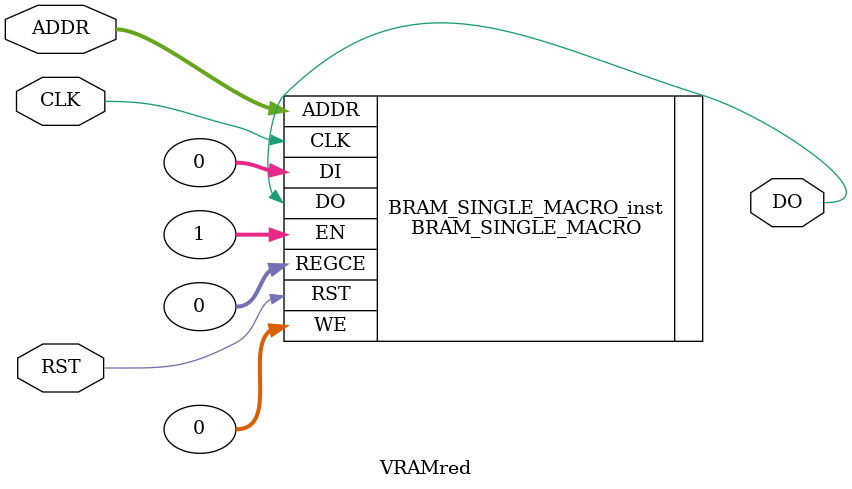
<source format=v>
module VRAMred(DO, ADDR, CLK, RST);
      input CLK, RST;
      input [13:0] ADDR;
      output DO;
      
      // BRAM_SINGLE_MACRO : In order to incorporate this function into the design,
      //   Verilog   : the following instance declaration needs to be placed
      //  instance   : in the body of the design code.  The instance name
      // declaration : (BRAM_SINGLE_MACRO_inst) and/or the port declarations within the
      //    code     : parenthesis may be changed to properly reference and
      //             : connect this function to the design.  All inputs
      //             : and outputs must be connected.

      //  <-----Cut code below this line---->

      // BRAM_SINGLE_MACRO: Single Port RAM
      //                    Artix-7
      // Xilinx HDL Language Template, version 2018.3

      /////////////////////////////////////////////////////////////////////
      //  READ_WIDTH | BRAM_SIZE | READ Depth  | ADDR Width |            //
      // WRITE_WIDTH |           | WRITE Depth |            |  WE Width  //
      // ============|===========|=============|============|============//
      //    37-72    |  "36Kb"   |      512    |    9-bit   |    8-bit   //
      //    19-36    |  "36Kb"   |     1024    |   10-bit   |    4-bit   //
      //    19-36    |  "18Kb"   |      512    |    9-bit   |    4-bit   //
      //    10-18    |  "36Kb"   |     2048    |   11-bit   |    2-bit   //
      //    10-18    |  "18Kb"   |     1024    |   10-bit   |    2-bit   //
      //     5-9     |  "36Kb"   |     4096    |   12-bit   |    1-bit   //
      //     5-9     |  "18Kb"   |     2048    |   11-bit   |    1-bit   //
      //     3-4     |  "36Kb"   |     8192    |   13-bit   |    1-bit   //
      //     3-4     |  "18Kb"   |     4096    |   12-bit   |    1-bit   //
      //       2     |  "36Kb"   |    16384    |   14-bit   |    1-bit   //
      //       2     |  "18Kb"   |     8192    |   13-bit   |    1-bit   //
      //       1     |  "36Kb"   |    32768    |   15-bit   |    1-bit   //
      //       1     |  "18Kb"   |    16384    |   14-bit   |    1-bit   //
      /////////////////////////////////////////////////////////////////////

      BRAM_SINGLE_MACRO #(
         .BRAM_SIZE("18Kb"), // Target BRAM, "18Kb" or "36Kb" 
         .DEVICE("7SERIES"), // Target Device: "7SERIES" 
         .DO_REG(0), // Optional output register (0 or 1)
         .INIT(36'h000000000), // Initial values on output port
         .INIT_FILE ("NONE"),
         .WRITE_WIDTH(1), // Valid values are 1-72 (37-72 only valid when BRAM_SIZE="36Kb")
         .READ_WIDTH(1),  // Valid values are 1-72 (37-72 only valid when BRAM_SIZE="36Kb")
         .SRVAL(36'h000000000), // Set/Reset value for port output
         .WRITE_MODE("WRITE_FIRST"), // "WRITE_FIRST", "READ_FIRST", or "NO_CHANGE" 
         .INIT_00(256'hFFFFFFFFFFFFFFFFFFFFFFFFFFFFFFFF00000000000000000000000000000000),
         .INIT_01(256'hFFFFFFFFFFFFFFFFFFFFFFFFFFFFFFFF00000000000000000000000000000000),
         .INIT_02(256'hFFFFFFFFFFFFFFFFFFFFFFFFFFFFFFFF00000000000000000000000000000000),
         .INIT_03(256'hFFFFFFFFFFFFFFFFFFFFFFFFFFFFFFFF00000000000000000000000000000000),
         .INIT_04(256'hFFFFFFFFFFFFFFFFFFFFFFFFFFFFFFFF00000000000000000000000000000000),
         .INIT_05(256'hFFFFFFFFFFFFFFFFFFFFFFFFFFFFFFFF00000000000000000000000000000000),
         .INIT_06(256'hFFFFFFFFFFFFFFFFFFFFFFFFFFFFFFFF00000000000000000000000000000000),
         .INIT_07(256'hFFFFFFFFFFFFFFFFFFFFFFFFFFFFFFFF00000000000000000000000000000000),
         .INIT_08(256'h0000000000000000000000000000000000000000000000000000000000000000),
         .INIT_09(256'h0000000000000000000000000000000000000000000000000000000000000000),
         .INIT_0A(256'h0000000000000000000000000000000000000000000000000000000000000000),
         .INIT_0B(256'h0000000000000000000000000000000000000000000000000000000000000000),
         .INIT_0C(256'h0000000000000000000000000000000000000000000000000000000000000000),
         .INIT_0D(256'h0000000000000000000000000000000000000000000000000000000000000000),
         .INIT_0E(256'h0000000000000000000000000000000000000000000000000000000000000000),
         .INIT_0F(256'h0000000000000000000000000000000000000000000000000000000000000000),
         .INIT_10(256'h0000000000000000000000000000000000000000000000000000000000000000),
         .INIT_11(256'h0000000000000000000000000000000000000000000000000000000000000000),
         .INIT_12(256'h0000000000000000000000000000000000000000000000000000000000000000),
         .INIT_13(256'h0000000000000000000000000000000000000000000000000000000000000000),
         .INIT_14(256'h0000000000000000000000000000000000000000000000000000000000000000),
         .INIT_15(256'h0000000000000000000000000000000000000000000000000000000000000000),
         .INIT_16(256'h0000000000000000000000000000000000000000000000000000000000000000),
         .INIT_17(256'h0000000000000000000000000000000000000000000000000000000000000000),
         .INIT_18(256'hF00FFF00FFF00FFF00FFF00FFF00FFF0F0000F0000F0000F0000F0000F0000F0),
         .INIT_19(256'hF00FFF00FFF00FFF00FFF00FFF00FFF0F0000F0000F0000F0000F0000F0000F0),
         .INIT_1A(256'hF00FFF00FFF00FFF00FFF00FFF00FFF0F0000F0000F0000F0000F0000F0000F0),
         .INIT_1B(256'hF00FFF00FFF00FFF00FFF00FFF00FFF0F0000F0000F0000F0000F0000F0000F0),
         .INIT_1C(256'hF00FFF00FFF00FFF00FFF00FFF00FFF0F0000F0000F0000F0000F0000F0000F0),
         .INIT_1D(256'hF00FFF00FFF00FFF00FFF00FFF00FFF0F0000F0000F0000F0000F0000F0000F0),
         .INIT_1E(256'hF00FFF00FFF00FFF00FFF00FFF00FFF0F0000F0000F0000F0000F0000F0000F0),
         .INIT_1F(256'hF00FFF00FFF00FFF00FFF00FFF00FFF0F0000F0000F0000F0000F0000F0000F0),
         .INIT_20(256'h0000000000000000000000000000000000000000000000000000000000000000),
         .INIT_21(256'h0000000000000000000000000000000000000000000000000000000000000000),
         .INIT_22(256'h0000000000000000000000000000000000000000000000000000000000000000),
         .INIT_23(256'h0000000000000000000000000000000000000000000000000000000000000000),
         .INIT_24(256'h0000000000000000000000000000000000000000000000000000000000000000),
         .INIT_25(256'h0000000000000000000000000000000000000000000000000000000000000000),
         .INIT_26(256'h0000000000000000000000000000000000000000000000000000000000000000),
         .INIT_27(256'h0000000000000000000000000000000000000000000000000000000000000000),
         .INIT_28(256'h0000000000000000000000000000000000000000000000000000000000000000),
         .INIT_29(256'h0000000000000000000000000000000000000000000000000000000000000000),
         .INIT_2A(256'h0000000000000000000000000000000000000000000000000000000000000000),
         .INIT_2B(256'h0000000000000000000000000000000000000000000000000000000000000000),
         .INIT_2C(256'h0000000000000000000000000000000000000000000000000000000000000000),
         .INIT_2D(256'h0000000000000000000000000000000000000000000000000000000000000000),
         .INIT_2E(256'h0000000000000000000000000000000000000000000000000000000000000000),
         .INIT_2F(256'h0000000000000000000000000000000000000000000000000000000000000000),
         .INIT_30(256'h0000000000000000000000000000000000000000000000000000000000000000),
         .INIT_31(256'h0000000000000000000000000000000000000000000000000000000000000000),
         .INIT_32(256'h0000000000000000000000000000000000000000000000000000000000000000),
         .INIT_33(256'h0000000000000000000000000000000000000000000000000000000000000000),
         .INIT_34(256'h0000000000000000000000000000000000000000000000000000000000000000),
         .INIT_35(256'h0000000000000000000000000000000000000000000000000000000000000000),
         .INIT_36(256'h0000000000000000000000000000000000000000000000000000000000000000),
         .INIT_37(256'h0000000000000000000000000000000000000000000000000000000000000000),
         .INIT_38(256'h0000000000000000000000000000000000000000000000000000000000000000),
         .INIT_39(256'h0000000000000000000000000000000000000000000000000000000000000000),
         .INIT_3A(256'h0000000000000000000000000000000000000000000000000000000000000000),
         .INIT_3B(256'h0000000000000000000000000000000000000000000000000000000000000000),
         .INIT_3C(256'h0000000000000000000000000000000000000000000000000000000000000000),
         .INIT_3D(256'h0000000000000000000000000000000000000000000000000000000000000000),
         .INIT_3E(256'h0000000000000000000000000000000000000000000000000000000000000000),
         .INIT_3F(256'h0000000000000000000000000000000000000000000000000000000000000000),
   
         // The next set of INIT_xx are valid when configured as 36Kb
         .INIT_40(256'h0000000000000000000000000000000000000000000000000000000000000000),
         .INIT_41(256'h0000000000000000000000000000000000000000000000000000000000000000),
         .INIT_42(256'h0000000000000000000000000000000000000000000000000000000000000000),
         .INIT_43(256'h0000000000000000000000000000000000000000000000000000000000000000),
         .INIT_44(256'h0000000000000000000000000000000000000000000000000000000000000000),
         .INIT_45(256'h0000000000000000000000000000000000000000000000000000000000000000),
         .INIT_46(256'h0000000000000000000000000000000000000000000000000000000000000000),
         .INIT_47(256'h0000000000000000000000000000000000000000000000000000000000000000),
         .INIT_48(256'h0000000000000000000000000000000000000000000000000000000000000000),
         .INIT_49(256'h0000000000000000000000000000000000000000000000000000000000000000),
         .INIT_4A(256'h0000000000000000000000000000000000000000000000000000000000000000),
         .INIT_4B(256'h0000000000000000000000000000000000000000000000000000000000000000),
         .INIT_4C(256'h0000000000000000000000000000000000000000000000000000000000000000),
         .INIT_4D(256'h0000000000000000000000000000000000000000000000000000000000000000),
         .INIT_4E(256'h0000000000000000000000000000000000000000000000000000000000000000),
         .INIT_4F(256'h0000000000000000000000000000000000000000000000000000000000000000),
         .INIT_50(256'h0000000000000000000000000000000000000000000000000000000000000000),
         .INIT_51(256'h0000000000000000000000000000000000000000000000000000000000000000),
         .INIT_52(256'h0000000000000000000000000000000000000000000000000000000000000000),
         .INIT_53(256'h0000000000000000000000000000000000000000000000000000000000000000),
         .INIT_54(256'h0000000000000000000000000000000000000000000000000000000000000000),
         .INIT_55(256'h0000000000000000000000000000000000000000000000000000000000000000),
         .INIT_56(256'h0000000000000000000000000000000000000000000000000000000000000000),
         .INIT_57(256'h0000000000000000000000000000000000000000000000000000000000000000),
         .INIT_58(256'h0000000000000000000000000000000000000000000000000000000000000000),
         .INIT_59(256'h0000000000000000000000000000000000000000000000000000000000000000),
         .INIT_5A(256'h0000000000000000000000000000000000000000000000000000000000000000),
         .INIT_5B(256'h0000000000000000000000000000000000000000000000000000000000000000),
         .INIT_5C(256'h0000000000000000000000000000000000000000000000000000000000000000),
         .INIT_5D(256'h0000000000000000000000000000000000000000000000000000000000000000),
         .INIT_5E(256'h0000000000000000000000000000000000000000000000000000000000000000),
         .INIT_5F(256'h0000000000000000000000000000000000000000000000000000000000000000),
         .INIT_60(256'h0000000000000000000000000000000000000000000000000000000000000000),
         .INIT_61(256'h0000000000000000000000000000000000000000000000000000000000000000),
         .INIT_62(256'h0000000000000000000000000000000000000000000000000000000000000000),
         .INIT_63(256'h0000000000000000000000000000000000000000000000000000000000000000),
         .INIT_64(256'h0000000000000000000000000000000000000000000000000000000000000000),
         .INIT_65(256'h0000000000000000000000000000000000000000000000000000000000000000),
         .INIT_66(256'h0000000000000000000000000000000000000000000000000000000000000000),
         .INIT_67(256'h0000000000000000000000000000000000000000000000000000000000000000),
         .INIT_68(256'h0000000000000000000000000000000000000000000000000000000000000000),
         .INIT_69(256'h0000000000000000000000000000000000000000000000000000000000000000),
         .INIT_6A(256'h0000000000000000000000000000000000000000000000000000000000000000),
         .INIT_6B(256'h0000000000000000000000000000000000000000000000000000000000000000),
         .INIT_6C(256'h0000000000000000000000000000000000000000000000000000000000000000),
         .INIT_6D(256'h0000000000000000000000000000000000000000000000000000000000000000),
         .INIT_6E(256'h0000000000000000000000000000000000000000000000000000000000000000),
         .INIT_6F(256'h0000000000000000000000000000000000000000000000000000000000000000),
         .INIT_70(256'h0000000000000000000000000000000000000000000000000000000000000000),
         .INIT_71(256'h0000000000000000000000000000000000000000000000000000000000000000),
         .INIT_72(256'h0000000000000000000000000000000000000000000000000000000000000000),
         .INIT_73(256'h0000000000000000000000000000000000000000000000000000000000000000),
         .INIT_74(256'h0000000000000000000000000000000000000000000000000000000000000000),
         .INIT_75(256'h0000000000000000000000000000000000000000000000000000000000000000),
         .INIT_76(256'h0000000000000000000000000000000000000000000000000000000000000000),
         .INIT_77(256'h0000000000000000000000000000000000000000000000000000000000000000),
         .INIT_78(256'h0000000000000000000000000000000000000000000000000000000000000000),
         .INIT_79(256'h0000000000000000000000000000000000000000000000000000000000000000),
         .INIT_7A(256'h0000000000000000000000000000000000000000000000000000000000000000),
         .INIT_7B(256'h0000000000000000000000000000000000000000000000000000000000000000),
         .INIT_7C(256'h0000000000000000000000000000000000000000000000000000000000000000),
         .INIT_7D(256'h0000000000000000000000000000000000000000000000000000000000000000),
         .INIT_7E(256'h0000000000000000000000000000000000000000000000000000000000000000),
         .INIT_7F(256'h0000000000000000000000000000000000000000000000000000000000000000),

         // The next set of INITP_xx are for the parity bits
         .INITP_00(256'h0000000000000000000000000000000000000000000000000000000000000000),
         .INITP_01(256'h0000000000000000000000000000000000000000000000000000000000000000),
         .INITP_02(256'h0000000000000000000000000000000000000000000000000000000000000000),
         .INITP_03(256'h0000000000000000000000000000000000000000000000000000000000000000),
         .INITP_04(256'h0000000000000000000000000000000000000000000000000000000000000000),
         .INITP_05(256'h0000000000000000000000000000000000000000000000000000000000000000),
         .INITP_06(256'h0000000000000000000000000000000000000000000000000000000000000000),
         .INITP_07(256'h0000000000000000000000000000000000000000000000000000000000000000),

         // The next set of INIT_xx are valid when configured as 36Kb
         .INITP_08(256'h0000000000000000000000000000000000000000000000000000000000000000),
         .INITP_09(256'h0000000000000000000000000000000000000000000000000000000000000000),
         .INITP_0A(256'h0000000000000000000000000000000000000000000000000000000000000000),
         .INITP_0B(256'h0000000000000000000000000000000000000000000000000000000000000000),
         .INITP_0C(256'h0000000000000000000000000000000000000000000000000000000000000000),
         .INITP_0D(256'h0000000000000000000000000000000000000000000000000000000000000000),
         .INITP_0E(256'h0000000000000000000000000000000000000000000000000000000000000000),
         .INITP_0F(256'h0000000000000000000000000000000000000000000000000000000000000000)
      ) BRAM_SINGLE_MACRO_inst (
         .DO(DO),       // Output data, width defined by READ_WIDTH parameter
         .ADDR(ADDR),   // Input address, width defined by read/write port depth
         .CLK(CLK),     // 1-bit input clock
         .DI(0),       // Input data port, width defined by WRITE_WIDTH parameter
         .EN(1),       // 1-bit input RAM enable
         .REGCE(0), // 1-bit input output register enable
         .RST(RST),     // 1-bit input reset
         .WE(0)        // Input write enable, width defined by write port depth
      );

      // End of BRAM_SINGLE_MACRO_inst instantiation	
endmodule
</source>
